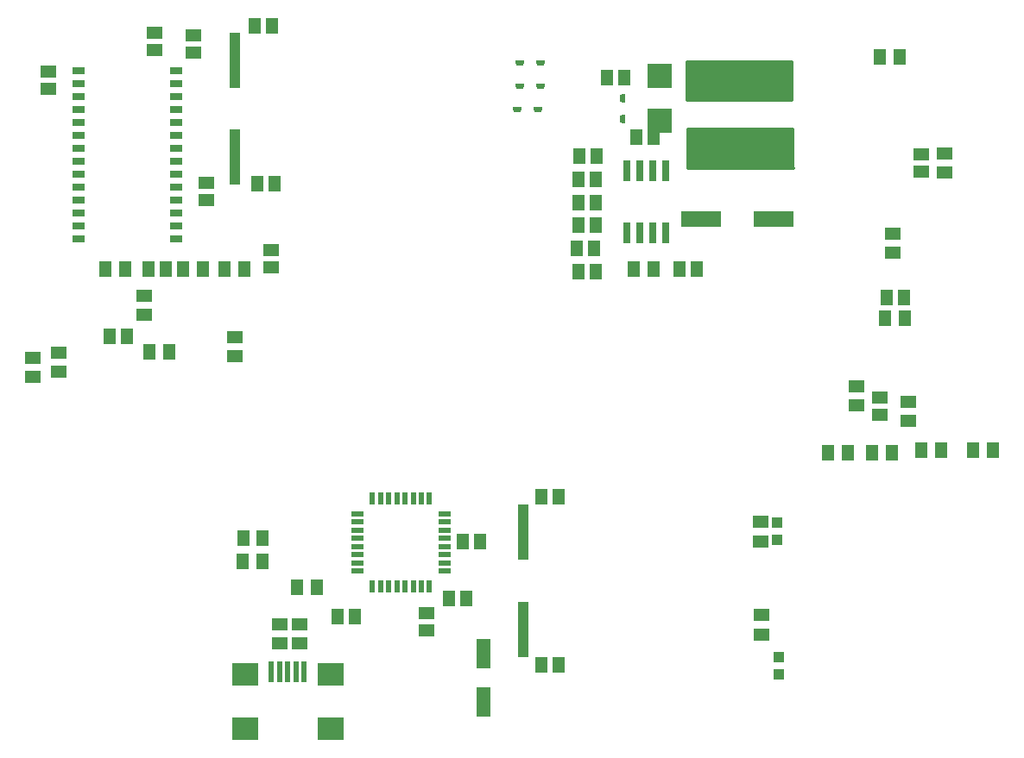
<source format=gtp>
G75*
G70*
%OFA0B0*%
%FSLAX24Y24*%
%IPPOS*%
%LPD*%
%AMOC8*
5,1,8,0,0,1.08239X$1,22.5*
%
%ADD10R,0.0500X0.0220*%
%ADD11R,0.0220X0.0500*%
%ADD12R,0.0512X0.0591*%
%ADD13R,0.0591X0.0512*%
%ADD14R,0.0984X0.0866*%
%ADD15R,0.0197X0.0787*%
%ADD16R,0.0630X0.0512*%
%ADD17R,0.0512X0.0630*%
%ADD18R,0.0260X0.0800*%
%ADD19R,0.0320X0.0160*%
%ADD20R,0.0315X0.0197*%
%ADD21R,0.0160X0.0320*%
%ADD22R,0.0197X0.0315*%
%ADD23R,0.0945X0.0945*%
%ADD24R,0.1575X0.0630*%
%ADD25R,0.0394X0.0433*%
%ADD26R,0.0394X0.2165*%
%ADD27R,0.0500X0.0300*%
%ADD28R,0.0551X0.1181*%
%ADD29R,0.0500X0.0250*%
%ADD30C,0.0120*%
D10*
X014446Y007430D03*
X014446Y007745D03*
X014446Y008060D03*
X014446Y008375D03*
X014446Y008690D03*
X014446Y009005D03*
X014446Y009320D03*
X014446Y009635D03*
X017826Y009635D03*
X017826Y009320D03*
X017826Y009005D03*
X017826Y008690D03*
X017826Y008375D03*
X017826Y008060D03*
X017826Y007745D03*
X017826Y007430D03*
D11*
X017238Y006842D03*
X016923Y006842D03*
X016609Y006842D03*
X016294Y006842D03*
X015979Y006842D03*
X015664Y006842D03*
X015349Y006842D03*
X015034Y006842D03*
X015034Y010222D03*
X015349Y010222D03*
X015664Y010222D03*
X015979Y010222D03*
X016294Y010222D03*
X016609Y010222D03*
X016923Y010222D03*
X017238Y010222D03*
D12*
X018529Y008552D03*
X019199Y008552D03*
X021559Y010292D03*
X022229Y010292D03*
X018649Y006352D03*
X017979Y006352D03*
X014349Y005652D03*
X013679Y005652D03*
X021569Y003792D03*
X022239Y003792D03*
X005549Y016502D03*
X004879Y016502D03*
X006379Y019102D03*
X007049Y019102D03*
X010579Y022402D03*
X011249Y022402D03*
X011149Y028502D03*
X010479Y028502D03*
X023029Y023452D03*
X023699Y023452D03*
X023649Y022552D03*
X022979Y022552D03*
X022979Y021652D03*
X023649Y021652D03*
X023649Y020802D03*
X022979Y020802D03*
X022929Y019902D03*
X023599Y019902D03*
X023649Y019002D03*
X022979Y019002D03*
X026879Y019102D03*
X027549Y019102D03*
X025899Y024202D03*
X025229Y024202D03*
X024749Y026502D03*
X024079Y026502D03*
X034879Y018002D03*
X035549Y018002D03*
D13*
X034614Y014136D03*
X034614Y013467D03*
X036214Y022867D03*
X036214Y023536D03*
X017114Y005786D03*
X017114Y005117D03*
X011114Y019167D03*
X011114Y019836D03*
X008614Y021767D03*
X008614Y022436D03*
X002514Y026067D03*
X002514Y026736D03*
X006614Y027567D03*
X006614Y028236D03*
X008114Y028136D03*
X008114Y027467D03*
D14*
X010116Y001331D03*
X010116Y003418D03*
X013423Y003418D03*
X013423Y001331D03*
D15*
X012400Y003517D03*
X012085Y003517D03*
X011770Y003517D03*
X011455Y003517D03*
X011140Y003517D03*
D16*
X011464Y004628D03*
X012214Y004628D03*
X012214Y005376D03*
X011464Y005376D03*
X001914Y014928D03*
X001914Y015676D03*
X002914Y015876D03*
X002914Y015128D03*
X006214Y017328D03*
X006214Y018076D03*
X009714Y016476D03*
X009714Y015728D03*
X030014Y009326D03*
X030014Y008578D03*
X030064Y005726D03*
X030064Y004978D03*
X035714Y013228D03*
X035714Y013976D03*
X033714Y013828D03*
X033714Y014576D03*
X035114Y019728D03*
X035114Y020476D03*
X037114Y022828D03*
X037114Y023576D03*
D17*
X035388Y027302D03*
X034640Y027302D03*
X025888Y019102D03*
X025140Y019102D03*
X032640Y012002D03*
X033388Y012002D03*
X034340Y012002D03*
X035088Y012002D03*
X036240Y012102D03*
X036988Y012102D03*
X038240Y012102D03*
X038988Y012102D03*
X035588Y017202D03*
X034840Y017202D03*
X012888Y006802D03*
X012140Y006802D03*
X010788Y007802D03*
X010040Y007802D03*
X010042Y008691D03*
X010790Y008691D03*
X007188Y015902D03*
X006440Y015902D03*
X005488Y019102D03*
X004740Y019102D03*
X007740Y019102D03*
X008488Y019102D03*
X009340Y019102D03*
X010088Y019102D03*
D18*
X024864Y020492D03*
X025364Y020492D03*
X025864Y020492D03*
X026364Y020492D03*
X026364Y022912D03*
X025864Y022912D03*
X025364Y022912D03*
X024864Y022912D03*
D19*
X021408Y025302D03*
X020620Y025302D03*
X020720Y026202D03*
X021508Y026202D03*
X021508Y027102D03*
X020720Y027102D03*
D20*
X020720Y027082D03*
X021508Y027082D03*
X021508Y026182D03*
X020720Y026182D03*
X020620Y025282D03*
X021408Y025282D03*
D21*
X024714Y024908D03*
X024714Y025695D03*
X009714Y026483D03*
X009714Y024120D03*
X020864Y008233D03*
X020864Y005870D03*
D22*
X024694Y024908D03*
X024694Y025695D03*
D23*
X026114Y024835D03*
X026114Y026568D03*
D24*
X027727Y021022D03*
X030522Y021022D03*
D25*
X030664Y009286D03*
X030664Y008617D03*
X030714Y004086D03*
X030714Y003417D03*
D26*
X020864Y005181D03*
X020864Y008922D03*
X009714Y023431D03*
X009714Y027172D03*
D27*
X007455Y026776D03*
X007455Y026276D03*
X007455Y025776D03*
X007455Y025276D03*
X007455Y024776D03*
X007455Y024276D03*
X007455Y023776D03*
X007455Y023276D03*
X007455Y022776D03*
X007455Y022276D03*
X007455Y021776D03*
X007455Y021276D03*
X007455Y020776D03*
X007455Y020276D03*
X003691Y020276D03*
X003691Y020776D03*
X003691Y021276D03*
X003691Y021776D03*
X003691Y022276D03*
X003691Y022776D03*
X003691Y023276D03*
X003691Y023776D03*
X003691Y024276D03*
X003691Y024776D03*
X003691Y025276D03*
X003691Y025776D03*
X003691Y026276D03*
X003691Y026776D03*
D28*
X019317Y004246D03*
X019317Y002357D03*
D29*
X029283Y023989D03*
X029204Y026017D03*
D30*
X027196Y026044D02*
X031212Y026044D01*
X031212Y025925D02*
X027196Y025925D01*
X027196Y025807D02*
X031212Y025807D01*
X031212Y025688D02*
X027196Y025688D01*
X027196Y025643D02*
X027196Y027099D01*
X031212Y027099D01*
X031212Y025643D01*
X027196Y025643D01*
X027196Y026163D02*
X031212Y026163D01*
X031212Y026281D02*
X027196Y026281D01*
X027196Y026400D02*
X031212Y026400D01*
X031212Y026518D02*
X027196Y026518D01*
X027196Y026637D02*
X031212Y026637D01*
X031212Y026755D02*
X027196Y026755D01*
X027196Y026874D02*
X031212Y026874D01*
X031212Y026992D02*
X027196Y026992D01*
X027236Y024501D02*
X027236Y024068D01*
X027236Y023005D01*
X031291Y023005D01*
X031251Y023005D01*
X031251Y024501D01*
X027236Y024501D01*
X027236Y024384D02*
X031251Y024384D01*
X031251Y024266D02*
X027236Y024266D01*
X027236Y024147D02*
X031251Y024147D01*
X031251Y024029D02*
X027236Y024029D01*
X027236Y023910D02*
X031251Y023910D01*
X031251Y023792D02*
X027236Y023792D01*
X027236Y023673D02*
X031251Y023673D01*
X031251Y023555D02*
X027236Y023555D01*
X027236Y023436D02*
X031251Y023436D01*
X031251Y023318D02*
X027236Y023318D01*
X027236Y023199D02*
X031251Y023199D01*
X031251Y023080D02*
X027236Y023080D01*
M02*

</source>
